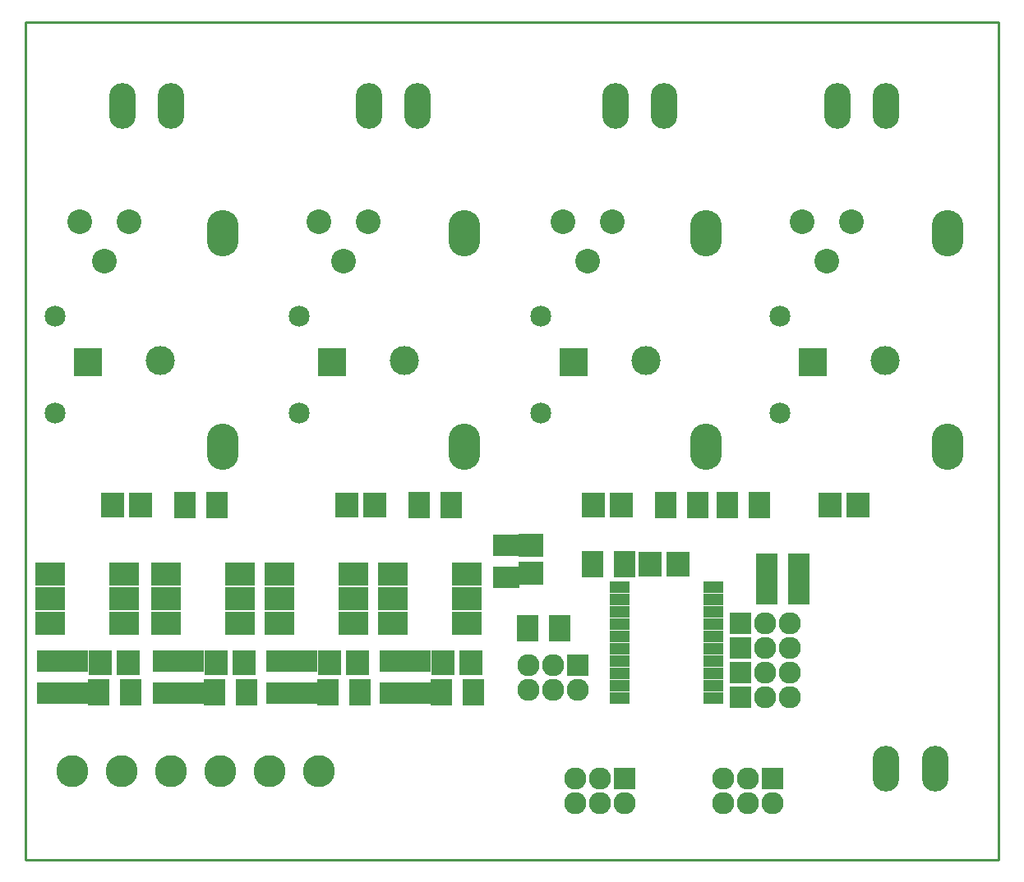
<source format=gts>
G04 (created by PCBNEW (2011-nov-30)-testing) date jeu. 13 sept. 2012 21:58:41 CEST*
%MOIN*%
G04 Gerber Fmt 3.4, Leading zero omitted, Abs format*
%FSLAX34Y34*%
G01*
G70*
G90*
G04 APERTURE LIST*
%ADD10C,0.006*%
%ADD11C,0.01*%
%ADD12R,0.08X0.05*%
%ADD13R,0.09X0.11*%
%ADD14R,0.11X0.09*%
%ADD15R,0.09X0.09*%
%ADD16C,0.09*%
%ADD17O,0.108X0.186*%
%ADD18R,0.0929X0.1009*%
%ADD19R,0.1009X0.0929*%
%ADD20C,0.085*%
%ADD21R,0.12X0.092*%
%ADD22R,0.1182X0.1182*%
%ADD23C,0.1182*%
%ADD24O,0.1284X0.1875*%
%ADD25C,0.1*%
%ADD26C,0.13*%
G04 APERTURE END LIST*
G54D10*
G54D11*
X51100Y-61600D02*
X51100Y-61400D01*
X90550Y-61600D02*
X51100Y-61600D01*
X90550Y-27600D02*
X90550Y-61600D01*
X51100Y-27600D02*
X90550Y-27600D01*
X51100Y-61400D02*
X51100Y-27600D01*
G54D12*
X75200Y-50550D03*
X75200Y-51050D03*
X75200Y-51550D03*
X75200Y-52050D03*
X75200Y-52550D03*
X75200Y-53050D03*
X75200Y-53550D03*
X75200Y-54050D03*
X75200Y-54550D03*
X75200Y-55050D03*
X79000Y-55050D03*
X79000Y-54550D03*
X79000Y-54050D03*
X79000Y-53550D03*
X79000Y-53050D03*
X79000Y-52550D03*
X79000Y-52050D03*
X79000Y-51550D03*
X79000Y-51050D03*
X79000Y-50550D03*
G54D13*
X55350Y-54800D03*
X54050Y-54800D03*
G54D14*
X52100Y-54850D03*
X52100Y-53550D03*
G54D13*
X67050Y-47200D03*
X68350Y-47200D03*
G54D14*
X56800Y-54850D03*
X56800Y-53550D03*
G54D13*
X60050Y-54800D03*
X58750Y-54800D03*
X77050Y-47200D03*
X78350Y-47200D03*
X69250Y-54800D03*
X67950Y-54800D03*
G54D14*
X66000Y-54850D03*
X66000Y-53550D03*
G54D13*
X57550Y-47200D03*
X58850Y-47200D03*
G54D14*
X61400Y-54850D03*
X61400Y-53550D03*
G54D13*
X64650Y-54800D03*
X63350Y-54800D03*
X80850Y-47200D03*
X79550Y-47200D03*
G54D14*
X70600Y-48850D03*
X70600Y-50150D03*
X67000Y-53550D03*
X67000Y-54850D03*
X62400Y-53550D03*
X62400Y-54850D03*
G54D13*
X81150Y-49700D03*
X82450Y-49700D03*
G54D14*
X53100Y-53550D03*
X53100Y-54850D03*
X57800Y-53550D03*
X57800Y-54850D03*
G54D15*
X73500Y-53700D03*
G54D16*
X73500Y-54700D03*
X72500Y-53700D03*
X72500Y-54700D03*
X71500Y-53700D03*
X71500Y-54700D03*
G54D17*
X66990Y-31000D03*
X65020Y-31000D03*
X76990Y-31000D03*
X75020Y-31000D03*
X56990Y-31000D03*
X55020Y-31000D03*
G54D18*
X54641Y-47200D03*
X55759Y-47200D03*
G54D19*
X71600Y-49959D03*
X71600Y-48841D03*
G54D18*
X64141Y-47200D03*
X65259Y-47200D03*
X54141Y-53600D03*
X55259Y-53600D03*
X58841Y-53600D03*
X59959Y-53600D03*
X83741Y-47200D03*
X84859Y-47200D03*
X63441Y-53600D03*
X64559Y-53600D03*
X74141Y-47200D03*
X75259Y-47200D03*
X68041Y-53600D03*
X69159Y-53600D03*
G54D17*
X85990Y-31000D03*
X84020Y-31000D03*
G54D20*
X52300Y-43469D03*
X52300Y-39531D03*
X62200Y-43469D03*
X62200Y-39531D03*
X72000Y-43469D03*
X72000Y-39531D03*
X81700Y-43469D03*
X81700Y-39531D03*
G54D21*
X69000Y-52000D03*
X69000Y-51000D03*
X69000Y-50000D03*
X66000Y-50000D03*
X66000Y-51000D03*
X66000Y-52000D03*
X59800Y-52000D03*
X59800Y-51000D03*
X59800Y-50000D03*
X56800Y-50000D03*
X56800Y-51000D03*
X56800Y-52000D03*
X64400Y-52000D03*
X64400Y-51000D03*
X64400Y-50000D03*
X61400Y-50000D03*
X61400Y-51000D03*
X61400Y-52000D03*
X55100Y-52000D03*
X55100Y-51000D03*
X55100Y-50000D03*
X52100Y-50000D03*
X52100Y-51000D03*
X52100Y-52000D03*
G54D22*
X73324Y-41400D03*
G54D23*
X76276Y-41350D03*
G54D22*
X63524Y-41400D03*
G54D23*
X66476Y-41350D03*
G54D22*
X53624Y-41400D03*
G54D23*
X56576Y-41350D03*
G54D22*
X83024Y-41400D03*
G54D23*
X85976Y-41350D03*
G54D15*
X81400Y-58300D03*
G54D16*
X81400Y-59300D03*
X80400Y-58300D03*
X80400Y-59300D03*
X79400Y-58300D03*
X79400Y-59300D03*
G54D15*
X75400Y-58300D03*
G54D16*
X75400Y-59300D03*
X74400Y-58300D03*
X74400Y-59300D03*
X73400Y-58300D03*
X73400Y-59300D03*
G54D13*
X71450Y-52200D03*
X72750Y-52200D03*
X82450Y-50700D03*
X81150Y-50700D03*
G54D17*
X86010Y-57900D03*
X87980Y-57900D03*
G54D13*
X75400Y-49600D03*
X74100Y-49600D03*
G54D18*
X77559Y-49600D03*
X76441Y-49600D03*
G54D24*
X59100Y-36169D03*
X59100Y-44831D03*
X68900Y-36169D03*
X68900Y-44831D03*
X78700Y-36169D03*
X78700Y-44831D03*
X88500Y-36169D03*
X88500Y-44831D03*
G54D15*
X80100Y-55000D03*
G54D16*
X81100Y-55000D03*
X82100Y-55000D03*
G54D15*
X80100Y-54000D03*
G54D16*
X81100Y-54000D03*
X82100Y-54000D03*
G54D15*
X80100Y-52000D03*
G54D16*
X81100Y-52000D03*
X82100Y-52000D03*
G54D15*
X80100Y-53000D03*
G54D16*
X81100Y-53000D03*
X82100Y-53000D03*
G54D25*
X55300Y-35700D03*
X54300Y-37300D03*
X53300Y-35700D03*
X65000Y-35700D03*
X64000Y-37300D03*
X63000Y-35700D03*
X74900Y-35700D03*
X73900Y-37300D03*
X72900Y-35700D03*
X84600Y-35700D03*
X83600Y-37300D03*
X82600Y-35700D03*
G54D26*
X53000Y-58000D03*
X55000Y-58000D03*
X57000Y-58000D03*
X59000Y-58000D03*
X61000Y-58000D03*
X63000Y-58000D03*
M02*

</source>
